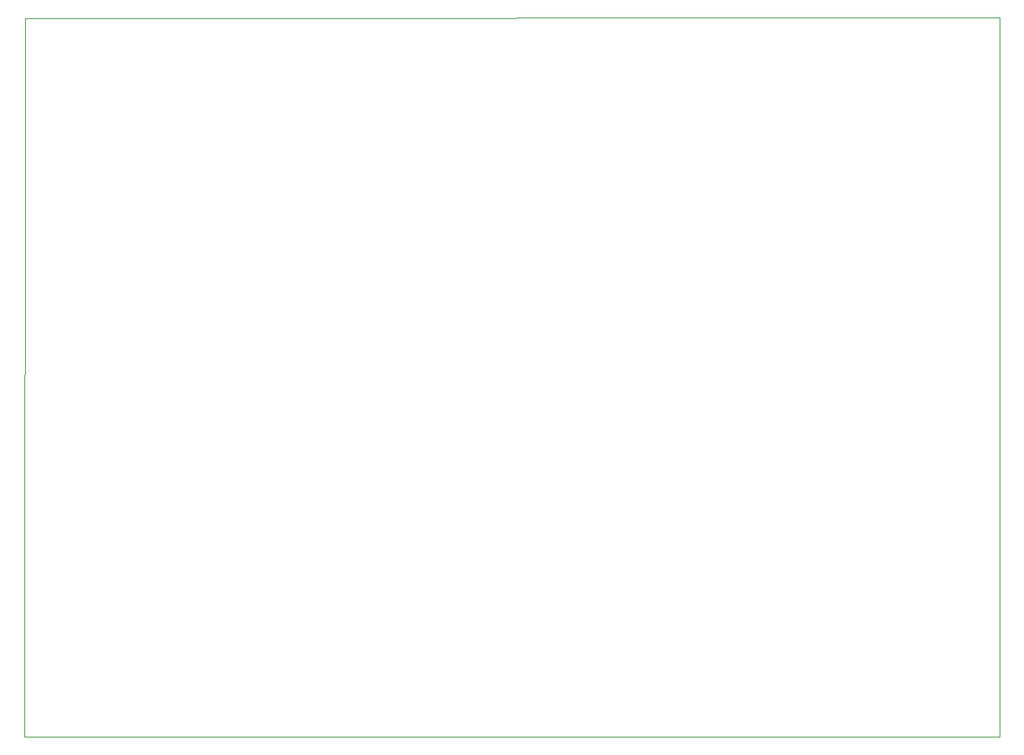
<source format=gbr>
G04 #@! TF.GenerationSoftware,KiCad,Pcbnew,(5.1.9)-1*
G04 #@! TF.CreationDate,2021-02-21T15:44:03+01:00*
G04 #@! TF.ProjectId,vfo-pcb,76666f2d-7063-4622-9e6b-696361645f70,rev?*
G04 #@! TF.SameCoordinates,Original*
G04 #@! TF.FileFunction,Profile,NP*
%FSLAX46Y46*%
G04 Gerber Fmt 4.6, Leading zero omitted, Abs format (unit mm)*
G04 Created by KiCad (PCBNEW (5.1.9)-1) date 2021-02-21 15:44:03*
%MOMM*%
%LPD*%
G01*
G04 APERTURE LIST*
G04 #@! TA.AperFunction,Profile*
%ADD10C,0.050000*%
G04 #@! TD*
G04 APERTURE END LIST*
D10*
X150616920Y-52324000D02*
X42372280Y-52349400D01*
X150670260Y-132173980D02*
X150616920Y-52324000D01*
X42308780Y-132219700D02*
X150670260Y-132173980D01*
X42372280Y-52349400D02*
X42308780Y-132219700D01*
M02*

</source>
